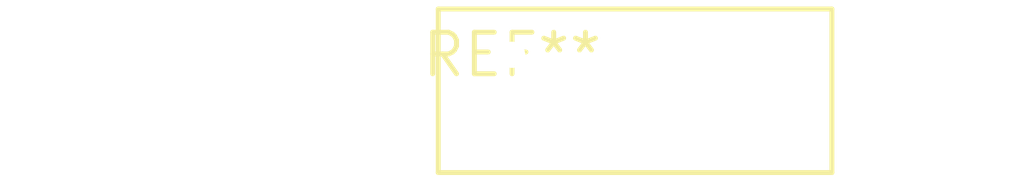
<source format=kicad_pcb>
(kicad_pcb (version 20240108) (generator pcbnew)
  (layers (0 "F.Cu" signal) (31 "B.Cu" signal) (34 "B.Paste" user) (35 "F.Paste" user) (36 "B.SilkS" user "B.Silkscreen") (37 "F.SilkS" user "F.Silkscreen") (38 "B.Mask" user) (39 "F.Mask" user) (44 "Edge.Cuts" user))
  (net 0 "")
  (footprint "RV_Disc_D12mm_W5mm_P7.5mm" (layer "F.Cu") (at 0 0)
    (property "Reference" "REF**")
    (property "Value" "RV_Disc_D12mm_W5mm_P7.5mm")
    (fp_line (start -2.25 -1.4) (end -2.25 3.6) (layer "F.SilkS") (stroke (width 0.15)))
    (fp_line (start -2.25 -1.4) (end 9.75 -1.4) (layer "F.SilkS") (stroke (width 0.15)))
    (fp_line (start -2.25 3.6) (end 9.75 3.6) (layer "F.SilkS") (stroke (width 0.15)))
    (fp_line (start 9.75 -1.4) (end 9.75 3.6) (layer "F.SilkS") (stroke (width 0.15)))
    (pad "1" thru_hole circle (at 0 0) (size 1.8 1.8) (drill 0.8) (layers *.Cu *.Mask) (remove_unused_layers))
    (pad "2" thru_hole circle (at 7.5 2.2) (size 1.8 1.8) (drill 0.8) (layers *.Cu *.Mask) (remove_unused_layers))
  )
)
</source>
